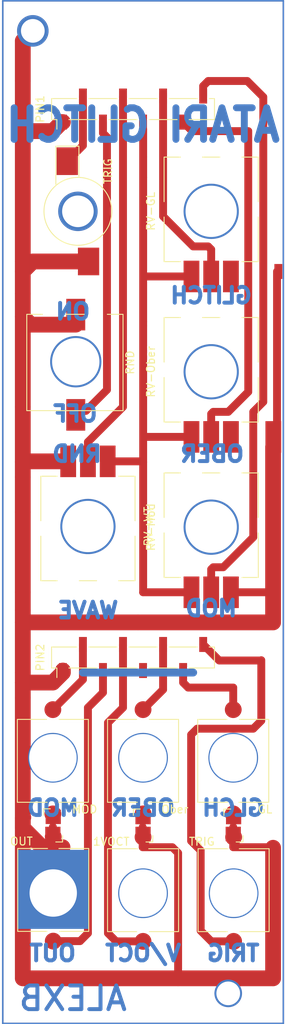
<source format=kicad_pcb>
(kicad_pcb (version 20211014) (generator pcbnew)
  (layers (0 "F.Cu" signal) (31 "B.Cu" signal) (34 "B.Paste" user) (35 "F.Paste" user) (36 "B.SilkS" user "B.Silkscreen") (37 "F.SilkS" user "F.Silkscreen") (38 "B.Mask" user) (39 "F.Mask" user) (44 "Edge.Cuts" user))
  (net 0 "")
  (footprint "Connector_PinSocket_2.54mm:PinSocket_1x08_P2.54mm_Vertical_SMD_Pin1Left" (layer "F.Cu") (at 107.95 46.736 90)
    (fp_text reference "PIN1" (at 0 -11.76 90) (layer "F.SilkS"))
    (fp_text value "Knob")
    (fp_line (start 1.33 -0.51) (end 1.33 3.05) (layer "F.SilkS") (width 0.12))
    (fp_line (start -1.33 10.32) (end 1.33 10.32) (layer "F.SilkS") (width 0.12))
    (fp_line (start 1.33 4.57) (end 1.33 8.13) (layer "F.SilkS") (width 0.12))
    (fp_line (start 1.33 -10.32) (end 1.33 -7.11) (layer "F.SilkS") (width 0.12))
    (fp_line (start -1.33 2.03) (end -1.33 5.59) (layer "F.SilkS") (width 0.12))
    (fp_line (start -1.33 -8.13) (end -1.33 -4.57) (layer "F.SilkS") (width 0.12))
    (fp_line (start 1.33 9.65) (end 1.33 10.32) (layer "F.SilkS") (width 0.12))
    (fp_line (start -1.33 -10.32) (end -1.33 -9.65) (layer "F.SilkS") (width 0.12))
    (fp_line (start -1.33 -10.32) (end 1.33 -10.32) (layer "F.SilkS") (width 0.12))
    (fp_line (start 1.33 -5.59) (end 1.33 -2.03) (layer "F.SilkS") (width 0.12))
    (fp_line (start -1.33 -3.05) (end -1.33 0.51) (layer "F.SilkS") (width 0.12))
    (fp_line (start -2.54 -9.65) (end -1.33 -9.65) (layer "F.SilkS") (width 0.12))
    (fp_line (start -1.33 7.11) (end -1.33 10.32) (layer "F.SilkS") (width 0.12))
    (pad "1" smd rect (at -1.65 -8.89 90) (size 1.9 1) (layers "F.Cu" "F.Paste" "F.Mask"))
    (pad "2" smd rect (at 1.65 -6.35 90) (size 1.9 1) (layers "F.Cu" "F.Paste" "F.Mask"))
    (pad "3" smd rect (at -1.65 -3.81 90) (size 1.9 1) (layers "F.Cu" "F.Paste" "F.Mask"))
    (pad "4" smd rect (at 1.65 -1.27 90) (size 1.9 1) (layers "F.Cu" "F.Paste" "F.Mask"))
    (pad "5" smd rect (at -1.65 1.27 90) (size 1.9 1) (layers "F.Cu" "F.Paste" "F.Mask"))
    (pad "6" smd rect (at 1.65 3.81 90) (size 1.9 1) (layers "F.Cu" "F.Paste" "F.Mask"))
    (pad "7" smd rect (at -1.65 6.35 90) (size 1.9 1) (layers "F.Cu" "F.Paste" "F.Mask"))
    (pad "8" smd rect (at 1.65 8.89 90) (size 1.9 1) (layers "F.Cu" "F.Paste" "F.Mask"))
  )
  (footprint "Connector_Audio:Jack_3.5mm_Drill-SMD" (layer "F.Cu") (at 109.22 138.4475)
    (fp_text reference "1VOCT" (at -4.03 1.08 180) (layer "F.SilkS"))
    (fp_text value "CV")
    (fp_line (start -1.23 -3.048) (end -0.37 -3.048) (layer "F.SilkS") (width 0.12))
    (fp_line (start 4.5 1.98) (end 0.72 1.98) (layer "F.SilkS") (width 0.12))
    (fp_line (start -1.23 -3.048) (end -1.23 -2.248) (layer "F.SilkS") (width 0.12))
    (fp_line (start -4.5 1.98) (end -4.5 12.48) (layer "F.SilkS") (width 0.12))
    (fp_line (start -0.72 1.98) (end -4.5 1.98) (layer "F.SilkS") (width 0.12))
    (fp_line (start 4.5 1.98) (end 4.5 12.48) (layer "F.SilkS") (width 0.12))
    (fp_line (start -0.8 12.48) (end -4.5 12.48) (layer "F.SilkS") (width 0.12))
    (fp_line (start 4.5 12.48) (end 0.8 12.48) (layer "F.SilkS") (width 0.12))
    (pad "" thru_hole circle (at 0 7.62) (size 6.3 6.3) (drill 6) (layers *.Cu *.Mask))
    (pad "S" smd rect (at 0 -2.032 180) (size 1.93 1.83) (layers "F.Cu" "F.Paste" "F.Mask"))
    (pad "T" smd circle (at 0 13.716 180) (size 2.13 2.13) (layers "F.Cu" "F.Paste" "F.Mask"))
    (pad "TN" smd circle (at 0 0.508 180) (size 2.13 2.13) (layers "F.Cu" "F.Paste" "F.Mask"))
  )
  (footprint "Potentiometer_SMD:Potentiometer_Small_Drill" (layer "F.Cu") (at 117.856 99.695 90)
    (fp_text reference "RV-Mod" (at 0 -7.65 90) (layer "F.SilkS"))
    (fp_text value "B100K")
    (fp_line (start 1.224 -5.97) (end 6.87 -5.97) (layer "F.SilkS") (width 0.12))
    (fp_line (start 6.87 3.9) (end 6.87 5.97) (layer "F.SilkS") (width 0.12))
    (fp_line (start 6.87 -5.97) (end 6.87 -3.9) (layer "F.SilkS") (width 0.12))
    (fp_line (start 6.87 -1.1) (end 6.87 1.1) (layer "F.SilkS") (width 0.12))
    (fp_line (start -6.37 3.9) (end -6.37 5.97) (layer "F.SilkS") (width 0.12))
    (fp_line (start -6.37 5.97) (end -0.723 5.97) (layer "F.SilkS") (width 0.12))
    (fp_line (start 1.224 5.97) (end 6.87 5.97) (layer "F.SilkS") (width 0.12))
    (fp_line (start -6.37 -5.97) (end -0.723 -5.97) (layer "F.SilkS") (width 0.12))
    (fp_line (start -6.37 -5.97) (end -6.37 -3.9) (layer "F.SilkS") (width 0.12))
    (pad "" thru_hole circle (at 0 0 90) (size 7 7) (drill 6.5) (layers *.Cu *.Mask))
    (pad "1" smd rect (at -8.25 -2.5 90) (size 4 2) (layers "F.Cu" "F.Paste" "F.Mask"))
    (pad "2" smd rect (at -8.25 0 90) (size 4 2) (layers "F.Cu" "F.Paste" "F.Mask"))
    (pad "3" smd rect (at -8.25 2.5 90) (size 4 2) (layers "F.Cu" "F.Paste" "F.Mask"))
  )
  (footprint "LED_SMD:LED_Drill" (layer "F.Cu") (at 100.965 59.69 -90)
    (fp_text reference "TRIG" (at -5.08 -3.81 90) (layer "F.SilkS"))
    (fp_text value "LED")
    (fp_line (start -4.445 -0.127) (end -8.255 -0.127) (layer "F.SilkS") (width 0.12))
    (fp_line (start -8.255 2.794) (end -3.429 2.794) (layer "F.SilkS") (width 0.12))
    (fp_line (start -8.255 -0.127) (end -8.255 2.794) (layer "F.SilkS") (width 0.12))
    (fp_circle (center 0 0) (end -4.3 0) (layer "F.SilkS") (width 0.12) (fill none))
    (pad "" thru_hole circle (at 0 0 270) (size 5 5) (drill 4) (layers *.Cu *.Mask))
    (pad "1" smd rect (at -6.35 1.35 270) (size 3.5 2.7) (layers "F.Cu" "F.Paste" "F.Mask"))
    (pad "2" smd rect (at 6.35 -1.35 270) (size 3.5 2.7) (layers "F.Cu" "F.Paste" "F.Mask"))
  )
  (footprint "" (layer "F.Cu") (at 125.73 88.265)
    (fp_text reference "" (at 0 0) (layer "F.SilkS") (effects (font (size 1.27 1.27))))
    (fp_text value "" (at 0 0) (layer "F.SilkS") (effects (font (size 1.27 1.27))))
    (pad "3" smd rect (at 0 0 90) (size 4 2) (layers "F.Cu" "F.Paste" "F.Mask"))
  )
  (footprint "" (layer "F.Cu") (at 126.365 67.31)
    (fp_text reference "" (at 0 0) (layer "F.SilkS") (effects (font (size 1.27 1.27))))
    (fp_text value "" (at 0 0) (layer "F.SilkS") (effects (font (size 1.27 1.27))))
    (pad "3" smd rect (at 0 0 90) (size 1.9 1) (layers "F.Cu" "F.Paste" "F.Mask"))
  )
  (footprint "Connector_Audio:Jack_3.5mm_Drill-SMD" (layer "F.Cu") (at 120.65 136.525 180)
    (fp_text reference "GL" (at -4.03 1.08) (layer "F.SilkS"))
    (fp_text value "CV")
    (fp_line (start -1.23 -3.048) (end -1.23 -2.248) (layer "F.SilkS") (width 0.12))
    (fp_line (start 4.5 1.98) (end 4.5 12.48) (layer "F.SilkS") (width 0.12))
    (fp_line (start 4.5 12.48) (end 0.8 12.48) (layer "F.SilkS") (width 0.12))
    (fp_line (start -1.23 -3.048) (end -0.37 -3.048) (layer "F.SilkS") (width 0.12))
    (fp_line (start 4.5 1.98) (end 0.72 1.98) (layer "F.SilkS") (width 0.12))
    (fp_line (start -0.72 1.98) (end -4.5 1.98) (layer "F.SilkS") (width 0.12))
    (fp_line (start -0.8 12.48) (end -4.5 12.48) (layer "F.SilkS") (width 0.12))
    (fp_line (start -4.5 1.98) (end -4.5 12.48) (layer "F.SilkS") (width 0.12))
    (pad "" thru_hole circle (at 0 7.62 180) (size 6.3 6.3) (drill 6) (layers *.Cu *.Mask))
    (pad "S" smd rect (at 0 -2.032) (size 1.93 1.83) (layers "F.Cu" "F.Paste" "F.Mask"))
    (pad "T" smd circle (at 0 13.716) (size 2.13 2.13) (layers "F.Cu" "F.Paste" "F.Mask"))
    (pad "TN" smd circle (at 0 0.508) (size 2.13 2.13) (layers "F.Cu" "F.Paste" "F.Mask"))
  )
  (footprint "Connector_Audio:Jack_3.5mm_Drill-SMD" (layer "F.Cu") (at 97.79 136.525 180)
    (fp_text reference "MOD" (at -4.03 1.08) (layer "F.SilkS"))
    (fp_text value "CV")
    (fp_line (start 4.5 12.48) (end 0.8 12.48) (layer "F.SilkS") (width 0.12))
    (fp_line (start -1.23 -3.048) (end -0.37 -3.048) (layer "F.SilkS") (width 0.12))
    (fp_line (start -0.8 12.48) (end -4.5 12.48) (layer "F.SilkS") (width 0.12))
    (fp_line (start 4.5 1.98) (end 0.72 1.98) (layer "F.SilkS") (width 0.12))
    (fp_line (start -4.5 1.98) (end -4.5 12.48) (layer "F.SilkS") (width 0.12))
    (fp_line (start -0.72 1.98) (end -4.5 1.98) (layer "F.SilkS") (width 0.12))
    (fp_line (start -1.23 -3.048) (end -1.23 -2.248) (layer "F.SilkS") (width 0.12))
    (fp_line (start 4.5 1.98) (end 4.5 12.48) (layer "F.SilkS") (width 0.12))
    (pad "" thru_hole circle (at 0 7.62 180) (size 6.3 6.3) (drill 6) (layers *.Cu *.Mask))
    (pad "S" smd rect (at 0 -2.032) (size 1.93 1.83) (layers "F.Cu" "F.Paste" "F.Mask"))
    (pad "T" smd circle (at 0 13.716) (size 2.13 2.13) (layers "F.Cu" "F.Paste" "F.Mask"))
    (pad "TN" smd circle (at 0 0.508) (size 2.13 2.13) (layers "F.Cu" "F.Paste" "F.Mask"))
  )
  (footprint "Potentiometer_SMD:Potentiometer_Small_Drill" (layer "F.Cu") (at 117.856 80.01 90)
    (fp_text reference "RV-Ober" (at 0 -7.65 90) (layer "F.SilkS"))
    (fp_text value "B100K")
    (fp_line (start 1.224 5.97) (end 6.87 5.97) (layer "F.SilkS") (width 0.12))
    (fp_line (start -6.37 5.97) (end -0.723 5.97) (layer "F.SilkS") (width 0.12))
    (fp_line (start -6.37 -5.97) (end -0.723 -5.97) (layer "F.SilkS") (width 0.12))
    (fp_line (start -6.37 3.9) (end -6.37 5.97) (layer "F.SilkS") (width 0.12))
    (fp_line (start 6.87 -5.97) (end 6.87 -3.9) (layer "F.SilkS") (width 0.12))
    (fp_line (start -6.37 -5.97) (end -6.37 -3.9) (layer "F.SilkS") (width 0.12))
    (fp_line (start 6.87 -1.1) (end 6.87 1.1) (layer "F.SilkS") (width 0.12))
    (fp_line (start 6.87 3.9) (end 6.87 5.97) (layer "F.SilkS") (width 0.12))
    (fp_line (start 1.224 -5.97) (end 6.87 -5.97) (layer "F.SilkS") (width 0.12))
    (pad "" thru_hole circle (at 0 0 90) (size 7 7) (drill 6.5) (layers *.Cu *.Mask))
    (pad "1" smd rect (at -8.25 -2.5 90) (size 4 2) (layers "F.Cu" "F.Paste" "F.Mask"))
    (pad "2" smd rect (at -8.25 0 90) (size 4 2) (layers "F.Cu" "F.Paste" "F.Mask"))
    (pad "3" smd rect (at -8.25 2.5 90) (size 4 2) (layers "F.Cu" "F.Paste" "F.Mask"))
  )
  (footprint "Connector_Audio:Jack_3.5mm_Drill-SMD" (layer "F.Cu") (at 97.8375 138.4175)
    (fp_text reference "OUT" (at -4.03 1.08 180) (layer "F.SilkS"))
    (fp_text value "AUX")
    (fp_line (start -4.5 1.98) (end -4.5 12.48) (layer "F.SilkS") (width 0.12))
    (fp_line (start -1.23 -3.048) (end -1.23 -2.248) (layer "F.SilkS") (width 0.12))
    (fp_line (start 4.5 1.98) (end 0.72 1.98) (layer "F.SilkS") (width 0.12))
    (fp_line (start -1.23 -3.048) (end -0.37 -3.048) (layer "F.SilkS") (width 0.12))
    (fp_line (start -0.8 12.48) (end -4.5 12.48) (layer "F.SilkS") (width 0.12))
    (fp_line (start -0.72 1.98) (end -4.5 1.98) (layer "F.SilkS") (width 0.12))
    (fp_line (start 4.5 12.48) (end 0.8 12.48) (layer "F.SilkS") (width 0.12))
    (fp_line (start 4.5 1.98) (end 4.5 12.48) (layer "F.SilkS") (width 0.12))
    (pad "" thru_hole circle (at 0 7.62) (size 6.3 6.3) (drill 6) (layers *.Cu *.Mask))
    (pad "S" smd rect (at 0 -2.032 180) (size 1.93 1.83) (layers "F.Cu" "F.Paste" "F.Mask"))
    (pad "T" smd circle (at 0 13.716 180) (size 2.13 2.13) (layers "F.Cu" "F.Paste" "F.Mask"))
    (pad "TN" smd circle (at 0 0.508 180) (size 2.13 2.13) (layers "F.Cu" "F.Paste" "F.Mask"))
  )
  (footprint "Button_Switch_THT:SW_Switch_MTS102" (layer "F.Cu") (at 103.234 72.136 -90)
    (fp_text reference "RND" (at 6.7 -4.35 90) (layer "F.SilkS"))
    (fp_text value "SW_MTS102")
    (fp_line (start 0.6 -3.45) (end 12.8 -3.45) (layer "F.SilkS") (width 0.12))
    (fp_line (start 12.8 8.75) (end 0.6 8.75) (layer "F.SilkS") (width 0.12))
    (fp_line (start 12.8 -3.45) (end 12.8 8.75) (layer "F.SilkS") (width 0.12))
    (fp_line (start 0.6 1.46) (end 0.6 3.84) (layer "F.SilkS") (width 0.12))
    (fp_line (start 0.6 8.75) (end 0.6 6.76) (layer "F.SilkS") (width 0.12))
    (fp_line (start 0.6 -1.46) (end 0.6 -3.45) (layer "F.SilkS") (width 0.12))
    (pad "" thru_hole circle (at 6.604 2.54) (size 6.5 6.5) (drill 6) (layers *.Cu *.Mask))
    (pad "1" smd rect (at 0.635 2.54) (size 2.4 4) (layers "F.Cu" "F.Paste" "F.Mask"))
    (pad "2" smd rect (at 13.335 2.54) (size 2.4 4) (layers "F.Cu" "F.Paste" "F.Mask"))
  )
  (footprint "Potentiometer_SMD:Potentiometer_Small_Drill" (layer "F.Cu") (at 117.856 59.69 90)
    (fp_text reference "RV-GL" (at 0 -7.65 90) (layer "F.SilkS"))
    (fp_text value "B100K")
    (fp_line (start 6.87 -5.97) (end 6.87 -3.9) (layer "F.SilkS") (width 0.12))
    (fp_line (start -6.37 -5.97) (end -6.37 -3.9) (layer "F.SilkS") (width 0.12))
    (fp_line (start 6.87 -1.1) (end 6.87 1.1) (layer "F.SilkS") (width 0.12))
    (fp_line (start 1.224 -5.97) (end 6.87 -5.97) (layer "F.SilkS") (width 0.12))
    (fp_line (start -6.37 -5.97) (end -0.723 -5.97) (layer "F.SilkS") (width 0.12))
    (fp_line (start -6.37 5.97) (end -0.723 5.97) (layer "F.SilkS") (width 0.12))
    (fp_line (start 6.87 3.9) (end 6.87 5.97) (layer "F.SilkS") (width 0.12))
    (fp_line (start 1.224 5.97) (end 6.87 5.97) (layer "F.SilkS") (width 0.12))
    (fp_line (start -6.37 3.9) (end -6.37 5.97) (layer "F.SilkS") (width 0.12))
    (pad "" thru_hole circle (at 0 0 90) (size 7 7) (drill 6.5) (layers *.Cu *.Mask))
    (pad "1" smd rect (at -8.25 -2.5 90) (size 4 2) (layers "F.Cu" "F.Paste" "F.Mask"))
    (pad "2" smd rect (at -8.25 0 90) (size 4 2) (layers "F.Cu" "F.Paste" "F.Mask"))
    (pad "3" smd rect (at -8.25 2.5 90) (size 4 2) (layers "F.Cu" "F.Paste" "F.Mask"))
  )
  (footprint "Connector_Audio:Jack_3.5mm_Drill-SMD" (layer "F.Cu") (at 109.22 136.525 180)
    (fp_text reference "Ober" (at -4.03 1.08) (layer "F.SilkS"))
    (fp_text value "CV")
    (fp_line (start -0.72 1.98) (end -4.5 1.98) (layer "F.SilkS") (width 0.12))
    (fp_line (start -0.8 12.48) (end -4.5 12.48) (layer "F.SilkS") (width 0.12))
    (fp_line (start -1.23 -3.048) (end -1.23 -2.248) (layer "F.SilkS") (width 0.12))
    (fp_line (start 4.5 12.48) (end 0.8 12.48) (layer "F.SilkS") (width 0.12))
    (fp_line (start -1.23 -3.048) (end -0.37 -3.048) (layer "F.SilkS") (width 0.12))
    (fp_line (start -4.5 1.98) (end -4.5 12.48) (layer "F.SilkS") (width 0.12))
    (fp_line (start 4.5 1.98) (end 0.72 1.98) (layer "F.SilkS") (width 0.12))
    (fp_line (start 4.5 1.98) (end 4.5 12.48) (layer "F.SilkS") (width 0.12))
    (pad "" thru_hole circle (at 0 7.62 180) (size 6.3 6.3) (drill 6) (layers *.Cu *.Mask))
    (pad "S" smd rect (at 0 -2.032) (size 1.93 1.83) (layers "F.Cu" "F.Paste" "F.Mask"))
    (pad "T" smd circle (at 0 13.716) (size 2.13 2.13) (layers "F.Cu" "F.Paste" "F.Mask"))
    (pad "TN" smd circle (at 0 0.508) (size 2.13 2.13) (layers "F.Cu" "F.Paste" "F.Mask"))
  )
  (footprint "Connector_Audio:Jack_3.5mm_Drill-SMD" (layer "F.Cu") (at 120.6975 138.4475)
    (fp_text reference "TRIG" (at -4.03 1.08 180) (layer "F.SilkS"))
    (fp_text value "CV")
    (fp_line (start -1.23 -3.048) (end -0.37 -3.048) (layer "F.SilkS") (width 0.12))
    (fp_line (start -0.8 12.48) (end -4.5 12.48) (layer "F.SilkS") (width 0.12))
    (fp_line (start -0.72 1.98) (end -4.5 1.98) (layer "F.SilkS") (width 0.12))
    (fp_line (start -1.23 -3.048) (end -1.23 -2.248) (layer "F.SilkS") (width 0.12))
    (fp_line (start -4.5 1.98) (end -4.5 12.48) (layer "F.SilkS") (width 0.12))
    (fp_line (start 4.5 12.48) (end 0.8 12.48) (layer "F.SilkS") (width 0.12))
    (fp_line (start 4.5 1.98) (end 4.5 12.48) (layer "F.SilkS") (width 0.12))
    (fp_line (start 4.5 1.98) (end 0.72 1.98) (layer "F.SilkS") (width 0.12))
    (pad "" thru_hole circle (at 0 7.62) (size 6.3 6.3) (drill 6) (layers *.Cu *.Mask))
    (pad "S" smd rect (at 0 -2.032 180) (size 1.93 1.83) (layers "F.Cu" "F.Paste" "F.Mask"))
    (pad "T" smd circle (at 0 13.716 180) (size 2.13 2.13) (layers "F.Cu" "F.Paste" "F.Mask"))
    (pad "TN" smd circle (at 0 0.508 180) (size 2.13 2.13) (layers "F.Cu" "F.Paste" "F.Mask"))
  )
  (footprint "Potentiometer_SMD:Potentiometer_Small_Drill" (layer "F.Cu") (at 102.235 99.611 -90)
    (fp_text reference "RV-WT" (at 0 -7.65 90) (layer "F.SilkS"))
    (fp_text value "B100K")
    (fp_line (start 6.87 -5.97) (end 6.87 -3.9) (layer "F.SilkS") (width 0.12))
    (fp_line (start 1.224 -5.97) (end 6.87 -5.97) (layer "F.SilkS") (width 0.12))
    (fp_line (start -6.37 3.9) (end -6.37 5.97) (layer "F.SilkS") (width 0.12))
    (fp_line (start 1.224 5.97) (end 6.87 5.97) (layer "F.SilkS") (width 0.12))
    (fp_line (start -6.37 5.97) (end -0.723 5.97) (layer "F.SilkS") (width 0.12))
    (fp_line (start -6.37 -5.97) (end -6.37 -3.9) (layer "F.SilkS") (width 0.12))
    (fp_line (start -6.37 -5.97) (end -0.723 -5.97) (layer "F.SilkS") (width 0.12))
    (fp_line (start 6.87 3.9) (end 6.87 5.97) (layer "F.SilkS") (width 0.12))
    (fp_line (start 6.87 -1.1) (end 6.87 1.1) (layer "F.SilkS") (width 0.12))
    (pad "" thru_hole circle (at 0 0 270) (size 7 7) (drill 6.5) (layers *.Cu *.Mask))
    (pad "1" smd rect (at -8.25 -2.5 270) (size 4 2) (layers "F.Cu" "F.Paste" "F.Mask"))
    (pad "2" smd rect (at -8.25 0 270) (size 4 2) (layers "F.Cu" "F.Paste" "F.Mask"))
    (pad "3" smd rect (at -8.25 2.5 270) (size 4 2) (layers "F.Cu" "F.Paste" "F.Mask"))
  )
  (footprint "Connector_PinSocket_2.54mm:PinSocket_1x08_P2.54mm_Vertical_SMD_Pin1Left" (layer "F.Cu") (at 107.95 116.205 90)
    (fp_text reference "PIN2" (at 0 -11.76 90) (layer "F.SilkS"))
    (fp_text value "CV")
    (fp_line (start 1.33 4.57) (end 1.33 8.13) (layer "F.SilkS") (width 0.12))
    (fp_line (start -1.33 10.32) (end 1.33 10.32) (layer "F.SilkS") (width 0.12))
    (fp_line (start -1.33 -10.32) (end 1.33 -10.32) (layer "F.SilkS") (width 0.12))
    (fp_line (start -1.33 -8.13) (end -1.33 -4.57) (layer "F.SilkS") (width 0.12))
    (fp_line (start -2.54 -9.65) (end -1.33 -9.65) (layer "F.SilkS") (width 0.12))
    (fp_line (start 1.33 -0.51) (end 1.33 3.05) (layer "F.SilkS") (width 0.12))
    (fp_line (start 1.33 -5.59) (end 1.33 -2.03) (layer "F.SilkS") (width 0.12))
    (fp_line (start -1.33 2.03) (end -1.33 5.59) (layer "F.SilkS") (width 0.12))
    (fp_line (start -1.33 -3.05) (end -1.33 0.51) (layer "F.SilkS") (width 0.12))
    (fp_line (start 1.33 -10.32) (end 1.33 -7.11) (layer "F.SilkS") (width 0.12))
    (fp_line (start -1.33 -10.32) (end -1.33 -9.65) (layer "F.SilkS") (width 0.12))
    (fp_line (start -1.33 7.11) (end -1.33 10.32) (layer "F.SilkS") (width 0.12))
    (fp_line (start 1.33 9.65) (end 1.33 10.32) (layer "F.SilkS") (width 0.12))
    (pad "1" smd rect (at -1.65 -8.89 90) (size 1.9 1) (layers "F.Cu" "F.Paste" "F.Mask"))
    (pad "2" smd rect (at 1.65 -6.35 90) (size 1.9 1) (layers "F.Cu" "F.Paste" "F.Mask"))
    (pad "3" smd rect (at -1.65 -3.81 90) (size 1.9 1) (layers "F.Cu" "F.Paste" "F.Mask"))
    (pad "4" smd rect (at 1.65 -1.27 90) (size 1.9 1) (layers "F.Cu" "F.Paste" "F.Mask"))
    (pad "5" smd rect (at -1.65 1.27 90) (size 1.9 1) (layers "F.Cu"))
    (pad "6" smd rect (at 1.65 3.81 90) (size 1.9 1) (layers "F.Cu" "F.Paste" "F.Mask"))
    (pad "7" smd rect (at -1.65 6.35 90) (size 1.9 1) (layers "F.Cu" "F.Paste" "F.Mask"))
    (pad "8" smd rect (at 1.65 8.89 90) (size 1.9 1) (layers "F.Cu" "F.Paste" "F.Mask"))
  )
  (gr_line (start 127 162.56) (end 91.44 162.56) (layer "F.Cu") (width 0.2))
  (gr_line (start 127 162.56) (end 127 33.02) (layer "F.Cu") (width 0.2))
  (gr_line (start 91.44 162.56) (end 91.44 33.02) (layer "F.Cu") (width 0.2))
  (gr_line (start 91.44 33.02) (end 127 33.02) (layer "F.Cu") (width 0.2))
  (gr_line (start 127 33.02) (end 127 162.56) (layer "B.Cu") (width 0.2))
  (gr_line (start 101.6 118.11) (end 115.57 118.11) (layer "B.Cu") (width 1))
  (gr_line (start 127 162.56) (end 91.44 162.56) (layer "B.Cu") (width 0.2))
  (gr_rect (start 93.35275 140.6715) (end 102.2825 150.4825) (layer "B.Cu") (width 0.2) (fill solid))
  (gr_line (start 91.44 33.02) (end 127 33.02) (layer "B.Cu") (width 0.2))
  (gr_line (start 91.44 162.56) (end 91.44 33.02) (layer "B.Cu") (width 0.2))
  (gr_text "TRIG" (at 120.65 153.67) (layer "B.Cu") (effects (font (size 2 2) (thickness 0.5)) (justify mirror)))
  (gr_text "MOD" (at 97.79 135.255) (layer "B.Cu") (effects (font (size 2 2) (thickness 0.5)) (justify mirror)))
  (gr_text "RND" (at 100.838 90.424) (layer "B.Cu") (effects (font (size 2 2) (thickness 0.5)) (justify mirror)))
  (gr_text "OBER" (at 109.22 135.255) (layer "B.Cu") (effects (font (size 2 2) (thickness 0.5)) (justify mirror)))
  (gr_text "ATARI GLITCH" (at 109.22 48.768) (layer "B.Cu") (effects (font (size 4 3.5) (thickness 0.875)) (justify mirror)))
  (gr_text "GLITCH" (at 117.856 70.358) (layer "B.Cu") (effects (font (size 2 2) (thickness 0.5)) (justify mirror)))
  (gr_text "WAVE" (at 102.235 110.236) (layer "B.Cu") (effects (font (size 2 2) (thickness 0.5)) (justify mirror)))
  (gr_text "OBER" (at 117.983 90.424) (layer "B.Cu") (effects (font (size 2 2) (thickness 0.5)) (justify mirror)))
  (gr_text "ALEXB" (at 100.33 159.385) (layer "B.Cu") (effects (font (size 3 3) (thickness 0.5)) (justify mirror)))
  (gr_text "OUT" (at 97.770125 153.67) (layer "B.Cu") (effects (font (size 2 2) (thickness 0.5)) (justify mirror)))
  (gr_text "OFF" (at 100.584 85.344) (layer "B.Cu") (effects (font (size 2 2) (thickness 0.5)) (justify mirror)))
  (gr_text "V/OCT\n" (at 109.22 153.67) (layer "B.Cu") (effects (font (size 2 2) (thickness 0.5)) (justify mirror)))
  (gr_text "MOD" (at 117.856 109.982) (layer "B.Cu") (effects (font (size 2 2) (thickness 0.5)) (justify mirror)))
  (gr_text "GLCH" (at 120.65 135.255) (layer "B.Cu") (effects (font (size 2 2) (thickness 0.5)) (justify mirror)))
  (gr_text "ON" (at 100.33 72.39) (layer "B.Cu") (effects (font (size 2 2) (thickness 0.5)) (justify mirror)))
  (segment (start 104.775 124.46) (end 104.775 151.13) (width 1) (layer "F.Cu") (net 0))
  (segment (start 115.316 125.984) (end 116.078 125.222) (width 1) (layer "F.Cu") (net 0))
  (segment (start 93.98 97.79) (end 93.98 107.95) (width 2) (layer "F.Cu") (net 0))
  (segment (start 120.65 140.238) (end 125.633 140.238) (width 1) (layer "F.Cu") (net 0))
  (segment (start 120.65 140.238) (end 120.65 137.698) (width 1) (layer "F.Cu") (net 0))
  (segment (start 116.078 125.222) (end 123.19 125.222) (width 1) (layer "F.Cu") (net 0))
  (segment (start 93.98 110.236) (end 93.98 111.76) (width 2) (layer "F.Cu") (net 0))
  (segment (start 124.46 45.212) (end 122.428 43.18) (width 1) (layer "F.Cu") (net 0))
  (segment (start 122.554 82.551) (end 120.015 85.09) (width 1) (layer "F.Cu") (net 0))
  (segment (start 117.8735 152.1635) (end 116.5225 150.8125) (width 1) (layer "F.Cu") (net 0))
  (segment (start 93.98 48.26) (end 93.98 49.53) (width 2) (layer "F.Cu") (net 0))
  (segment (start 106.68 114.555) (end 106.68 122.555) (width 1) (layer "F.Cu") (net 0))
  (segment (start 109.235 88.28) (end 109.255 88.26) (width 1) (layer "F.Cu") (net 0))
  (segment (start 125.70048 111.76) (end 125.70048 108.55548) (width 2) (layer "F.Cu") (net 0))
  (segment (start 93.985 93.35) (end 93.98 93.345) (width 0.2) (layer "F.Cu") (net 0))
  (segment (start 126.20048 92.075) (end 126.20048 89.62448) (width 1) (layer "F.Cu") (net 0))
  (segment (start 95.25 66.04) (end 102.315 66.04) (width 2) (layer "F.Cu") (net 0))
  (segment (start 102.235 122.555) (end 102.235 151.13) (width 1) (layer "F.Cu") (net 0))
  (segment (start 125.09 107.945) (end 125.70048 108.55548) (width 1) (layer "F.Cu") (net 0))
  (segment (start 94.996 74.041) (end 100.694 74.041) (width 2) (layer "F.Cu") (net 0))
  (segment (start 111.76 114.555) (end 111.76 120.269) (width 1) (layer "F.Cu") (net 0))
  (segment (start 101.6 114.555) (end 101.6 118.999) (width 1) (layer "F.Cu") (net 0))
  (segment (start 101.981 84.963) (end 104.648 82.296) (width 1) (layer "F.Cu") (net 0))
  (segment (start 106.68 84.455) (end 102.235 88.9) (width 1) (layer "F.Cu") (net 0))
  (segment (start 109.1725 140.238) (end 112.933 140.238) (width 1) (layer "F.Cu") (net 0))
  (segment (start 98.934 48.386) (end 99.06 48.386) (width 2) (layer "F.Cu") (net 0))
  (segment (start 112.933 140.238) (end 113.665 140.97) (width 1) (layer "F.Cu") (net 0))
  (segment (start 119.38 104.775) (end 123.19 100.965) (width 1) (layer "F.Cu") (net 0))
  (segment (start 101.6 118.999) (end 97.79 122.809) (width 1) (layer "F.Cu") (net 0))
  (segment (start 111.76 45.086) (end 111.76 60.325) (width 1) (layer "F.Cu") (net 0))
  (segment (start 124.16848 116.586) (end 118.871 116.586) (width 1) (layer "F.Cu") (net 0))
  (segment (start 125.70048 108.55548) (end 125.70048 89.535) (width 2) (layer "F.Cu") (net 0))
  (segment (start 101.2315 152.1335) (end 97.8375 152.1335) (width 1) (layer "F.Cu") (net 0))
  (segment (start 109.235 52.817) (end 109.235 49.291) (width 1) (layer "F.Cu") (net 0))
  (segment (start 93.98 121.285) (end 93.98 136.525) (width 2) (layer "F.Cu") (net 0))
  (segment (start 93.98 136.525) (end 93.98 156.845) (width 2) (layer "F.Cu") (net 0))
  (segment (start 115.57 64.135) (end 117.475 64.135) (width 1) (layer "F.Cu") (net 0))
  (segment (start 109.235 91.455) (end 109.235 88.28) (width 1) (layer "F.Cu") (net 0))
  (segment (start 117.856 105.029) (end 118.11 104.775) (width 1) (layer "F.Cu") (net 0))
  (segment (start 106.68 122.555) (end 104.775 124.46) (width 1) (layer "F.Cu") (net 0))
  (segment (start 93.98 119.38) (end 93.98 121.285) (width 2) (layer "F.Cu") (net 0))
  (segment (start 109.235 88.28) (end 109.235 74.183) (width 1) (layer "F.Cu") (net 0))
  (segment (start 93.98 156.845) (end 113.665 156.845) (width 2) (layer "F.Cu") (net 0))
  (segment (start 120.015 85.09) (end 118.11 85.09) (width 1) (layer "F.Cu") (net 0))
  (segment (start 111.76 45.086) (end 111.76 44.704) (width 1) (layer "F.Cu") (net 0))
  (segment (start 123.19 85.09) (end 124.46 83.82) (width 1) (layer "F.Cu") (net 0))
  (segment (start 102.235 151.13) (end 101.2315 152.1335) (width 1) (layer "F.Cu") (net 0))
  (segment (start 104.14 120.65) (end 102.235 122.555) (width 1) (layer "F.Cu") (net 0))
  (segment (start 113.665 140.97) (end 113.665 156.845) (width 1) (layer "F.Cu") (net 0))
  (segment (start 111.76 120.269) (end 109.22 122.809) (width 1) (layer "F.Cu") (net 0))
  (segment (start 93.98 49.53) (end 93.98 66.04) (width 2) (layer "F.Cu") (net 0))
  (segment (start 101.6 45.086) (end 101.6 51.355) (width 1) (layer "F.Cu") (net 0))
  (segment (start 96.423 140.238) (end 99.0125 140.238) (width 2) (layer "F.Cu") (net 0))
  (segment (start 97.79 49.53) (end 98.934 48.386) (width 2) (layer "F.Cu") (net 0))
  (segment (start 113.665 156.845) (end 125.70048 156.845) (width 2) (layer "F.Cu") (net 0))
  (segment (start 106.68 45.086) (end 106.68 84.455) (width 1) (layer "F.Cu") (net 0))
  (segment (start 120.6975 152.1635) (end 117.8735 152.1635) (width 1) (layer "F.Cu") (net 0))
  (segment (start 114.935 120.015) (end 114.3 119.38) (width 1) (layer "F.Cu") (net 0))
  (segment (start 125.70048 156.845) (end 125.70048 140.30548) (width 2) (layer "F.Cu") (net 0))
  (segment (start 93.98 111.76) (end 108.585 111.76) (width 2) (layer "F.Cu") (net 0))
  (segment (start 117.475 64.135) (end 117.856 64.516) (width 1) (layer "F.Cu") (net 0))
  (segment (start 116.5225 150.8125) (end 116.5225 140.6525) (width 1) (layer "F.Cu") (net 0))
  (segment (start 93.98 73.025) (end 93.98 84.455) (width 2) (layer "F.Cu") (net 0))
  (segment (start 118.871 116.586) (end 116.84 114.555) (width 1) (layer "F.Cu") (net 0))
  (segment (start 111.76 60.325) (end 115.57 64.135) (width 1) (layer "F.Cu") (net 0))
  (segment (start 118.11 104.775) (end 119.38 104.775) (width 1) (layer "F.Cu") (net 0))
  (segment (start 97.79 140.208) (end 97.79 137.668) (width 1) (layer "F.Cu") (net 0))
  (segment (start 120.65 120.015) (end 114.935 120.015) (width 1) (layer "F.Cu") (net 0))
  (segment (start 93.98 136.525) (end 94.045 136.46) (width 2) (layer "F.Cu") (net 0))
  (segment (start 115.444 49.53) (end 122.554 49.53) (width 1) (layer "F.Cu") (net 0))
  (segment (start 94.059 91.361) (end 99.735 91.361) (width 2) (layer "F.Cu") (net 0))
  (segment (start 93.98 110.236) (end 94.488 110.744) (width 1) (layer "F.Cu") (net 0))
  (segment (start 93.98 91.44) (end 93.98 93.345) (width 2) (layer "F.Cu") (net 0))
  (segment (start 124.46 83.82) (end 124.46 45.212) (width 1) (layer "F.Cu") (net 0))
  (segment (start 109.235 67.93) (end 109.245 67.94) (width 1) (layer "F.Cu") (net 0))
  (segment (start 122.428 43.18) (end 117.475 43.18) (width 1) (layer "F.Cu") (net 0))
  (segment (start 115.316 139.446) (end 115.316 125.984) (width 1) (layer "F.Cu") (net 0))
  (segment (start 116.5225 140.6525) (end 115.316 139.446) (width 1) (layer "F.Cu") (net 0))
  (segment (start 125.633 140.238) (end 125.70048 140.30548) (width 1) (layer "F.Cu") (net 0))
  (segment (start 109.255 88.26) (end 115.356 88.26) (width 1) (layer "F.Cu") (net 0))
  (segment (start 97.79 119.38) (end 99.06 118.11) (width 2) (layer "F.Cu") (net 0))
  (segment (start 104.14 117.855) (end 104.14 120.65) (width 1) (layer "F.Cu") (net 0))
  (segment (start 116.84 43.815) (end 116.84 45.086) (width 1) (layer "F.Cu") (net 0))
  (segment (start 93.98 111.76) (end 93.98 118.11) (width 2) (layer "F.Cu") (net 0))
  (segment (start 117.475 43.18) (end 116.84 43.815) (width 1) (layer "F.Cu") (net 0))
  (segment (start 109.141 91.361) (end 109.235 91.455) (width 1) (layer "F.Cu") (net 0))
  (segment (start 93.98 93.345) (end 93.98 97.79) (width 2) (layer "F.Cu") (net 0))
  (segment (start 109.245 67.94) (end 115.356 67.94) (width 1) (layer "F.Cu") (net 0))
  (segment (start 93.98 43.18) (end 93.98 48.26) (width 2) (layer "F.Cu") (net 0))
  (segment (start 109.225 107.945) (end 115.356 107.945) (width 1) (layer "F.Cu") (net 0))
  (segment (start 94.615 85.09) (end 93.98 84.455) (width 0.2) (layer "F.Cu") (net 0))
  (segment (start 109.235 67.93) (end 109.235 55.387) (width 1) (layer "F.Cu") (net 0))
  (segment (start 117.856 85.344) (end 117.856 88.26) (width 1) (layer "F.Cu") (net 0))
  (segment (start 93.98 107.95) (end 93.98 110.236) (width 2) (layer "F.Cu") (net 0))
  (segment (start 109.235 55.387) (end 109.235 52.817) (width 1) (layer "F.Cu") (net 0))
  (segment (start 117.856 107.945) (end 117.856 105.029) (width 1) (layer "F.Cu") (net 0))
  (segment (start 102.235 88.9) (end 102.235 91.361) (width 1) (layer "F.Cu") (net 0))
  (segment (start 118.11 85.09) (end 117.856 85.344) (width 1) (layer "F.Cu") (net 0))
  (segment (start 94.234 65.786) (end 93.98 66.04) (width 0.2) (layer "F.Cu") (net 0))
  (segment (start 117.856 64.516) (end 117.856 67.94) (width 1) (layer "F.Cu") (net 0))
  (segment (start 123.19 100.965) (end 123.19 85.09) (width 1) (layer "F.Cu") (net 0))
  (segment (start 109.235 107.935) (end 109.225 107.945) (width 1) (layer "F.Cu") (net 0))
  (segment (start 109.1725 137.698) (end 109.1725 140.238) (width 1) (layer "F.Cu") (net 0))
  (segment (start 93.98 136.525) (end 93.98 137.795) (width 2) (layer "F.Cu") (net 0))
  (segment (start 93.98 67.31) (end 95.25 66.04) (width 2) (layer "F.Cu") (net 0))
  (segment (start 104.648 50.292) (end 104.14 49.784) (width 1) (layer "F.Cu") (net 0))
  (segment (start 123.19 125.222) (end 124.206 124.206) (width 1) (layer "F.Cu") (net 0))
  (segment (start 114.3 119.38) (end 114.3 117.855) (width 1) (layer "F.Cu") (net 0))
  (segment (start 104.775 151.13) (end 105.8085 152.1635) (width 1) (layer "F.Cu") (net 0))
  (segment (start 93.98 119.38) (end 97.79 119.38) (width 2) (layer "F.Cu") (net 0))
  (segment (start 93.98 66.04) (end 93.98 67.31) (width 2) (layer "F.Cu") (net 0))
  (segment (start 126.20048 89.62448) (end 126.20048 67.31) (width 1) (layer "F.Cu") (net 0))
  (segment (start 93.98 137.795) (end 96.423 140.238) (width 2) (layer "F.Cu") (net 0))
  (segment (start 93.98 73.025) (end 94.996 74.041) (width 2) (layer "F.Cu") (net 0))
  (segment (start 120.356 107.945) (end 125.09 107.945) (width 1) (layer "F.Cu") (net 0))
  (segment (start 93.98 70.104) (end 93.98 73.025) (width 2) (layer "F.Cu") (net 0))
  (segment (start 93.98 38.1) (end 95.25 36.83) (width 2) (layer "F.Cu") (net 0))
  (segment (start 99.06 118.11) (end 99.06 117.855) (width 2) (layer "F.Cu") (net 0))
  (segment (start 114.3 48.386) (end 115.444 49.53) (width 1) (layer "F.Cu") (net 0))
  (segment (start 109.235 49.291) (end 109.22 49.276) (width 1) (layer "F.Cu") (net 0))
  (segment (start 109.235 73.645) (end 109.235 67.93) (width 1) (layer "F.Cu") (net 0))
  (segment (start 124.206 123.952) (end 124.206 116.54848) (width 1) (layer "F.Cu") (net 0))
  (segment (start 93.98 43.18) (end 93.98 38.1) (width 2) (layer "F.Cu") (net 0))
  (segment (start 109.235 74.183) (end 109.235 73.645) (width 1) (layer "F.Cu") (net 0))
  (segment (start 93.98 84.455) (end 93.98 91.44) (width 2) (layer "F.Cu") (net 0))
  (segment (start 93.98 118.11) (end 93.98 119.38) (width 2) (layer "F.Cu") (net 0))
  (segment (start 93.98 48.26) (end 94.106 48.386) (width 2) (layer "F.Cu") (net 0))
  (segment (start 101.6 51.355) (end 99.615 53.34) (width 1) (layer "F.Cu") (net 0))
  (segment (start 120.65 122.809) (end 120.65 120.015) (width 1) (layer "F.Cu") (net 0))
  (segment (start 93.98 67.31) (end 93.98 70.104) (width 2) (layer "F.Cu") (net 0))
  (segment (start 108.585 111.76) (end 125.70048 111.76) (width 2) (layer "F.Cu") (net 0))
  (segment (start 109.235 91.455) (end 109.235 107.935) (width 1) (layer "F.Cu") (net 0))
  (segment (start 93.98 49.53) (end 97.79 49.53) (width 2) (layer "F.Cu") (net 0))
  (segment (start 104.14 49.784) (end 104.14 48.386) (width 1) (layer "F.Cu") (net 0))
  (segment (start 93.98 91.44) (end 94.059 91.361) (width 2) (layer "F.Cu") (net 0))
  (segment (start 101.092 84.963) (end 101.981 84.963) (width 1) (layer "F.Cu") (net 0))
  (segment (start 104.648 82.296) (end 104.648 50.292) (width 1) (layer "F.Cu") (net 0))
  (segment (start 105.8085 152.1635) (end 109.22 152.1635) (width 1) (layer "F.Cu") (net 0))
  (segment (start 104.735 91.361) (end 109.141 91.361) (width 1) (layer "F.Cu") (net 0))
  (segment (start 122.554 49.53) (end 122.554 82.551) (width 1) (layer "F.Cu") (net 0))
  (via (at 120.015 158.75) (size 3.5) (drill 3) (layers "F.Cu" "B.Cu") (net 0))
  (via (at 95.25 36.83) (size 4) (drill 3) (layers "F.Cu" "B.Cu") (net 0))
)
</source>
